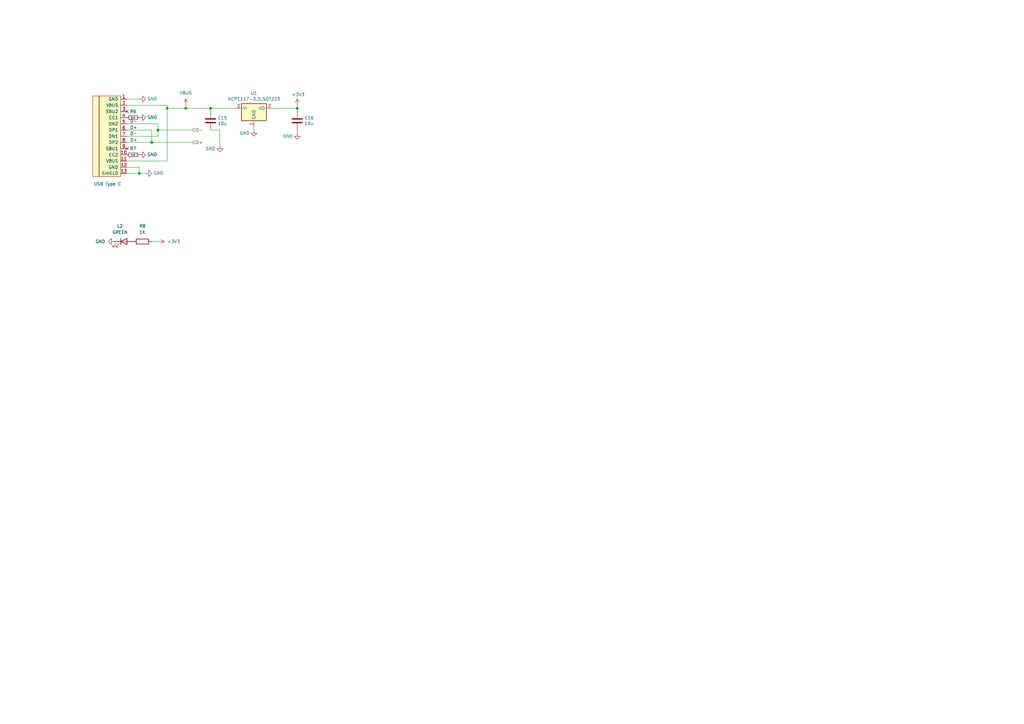
<source format=kicad_sch>
(kicad_sch (version 20231120) (generator "eeschema") (generator_version "8.0")
  (paper "A3")
  (title_block (title "CORE") (date "2024-12-16") (rev "1.0") (company "Mikhail Matveev") (comment 1 "https://github.com/xtremespb/frank2"))
  (lib_symbols
    (symbol "+3V3_1" (power) (pin_numbers hide) (pin_names (offset 0) hide)
      (property "Value" "+3V3" (at 0 3.556 0))
      (symbol "+3V3_1_0_1"
        (polyline (pts (xy -0.762 1.27) (xy 0 2.54)))
        (polyline (pts (xy 0 0) (xy 0 2.54)))
        (polyline (pts (xy 0 2.54) (xy 0.762 1.27)))
      )
      (symbol "+3V3_1_1_1"
        (pin power_in line (at 0 0 90) (length 0) (name "~") (number "1"))
      )
    )
    (symbol "Device:C" (pin_numbers hide) (pin_names (offset 0.254))
      (property "Reference" "C" (at 0.635 2.54 0))
      (property "Value" "C" (at 0.635 -2.54 0))
      (symbol "C_0_1"
        (polyline (pts (xy -2.032 -0.762) (xy 2.032 -0.762)) (stroke (width 0.508)))
        (polyline (pts (xy -2.032 0.762) (xy 2.032 0.762)) (stroke (width 0.508)))
      )
      (symbol "C_1_1"
        (pin passive line (at 0 3.81 270) (length 2.794) (name "~") (number "1"))
        (pin passive line (at 0 -3.81 90) (length 2.794) (name "~") (number "2"))
      )
    )
    (symbol "Device:LED" (pin_numbers hide) (pin_names (offset 1.016) hide)
      (property "Reference" "D" (at 0 2.54 0))
      (property "Value" "LED" (at 0 -2.54 0))
      (symbol "LED_0_1"
        (polyline (pts (xy -1.27 -1.27) (xy -1.27 1.27)) (stroke (width 0.254)))
        (polyline (pts (xy -1.27 0) (xy 1.27 0)))
        (polyline (pts (xy 1.27 -1.27) (xy 1.27 1.27) (xy -1.27 0) (xy 1.27 -1.27)) (stroke (width 0.254)))
        (polyline (pts (xy -3.048 -0.762) (xy -4.572 -2.286) (xy -3.81 -2.286) (xy -4.572 -2.286) (xy -4.572 -1.524)))
        (polyline (pts (xy -1.778 -0.762) (xy -3.302 -2.286) (xy -2.54 -2.286) (xy -3.302 -2.286) (xy -3.302 -1.524)))
      )
      (symbol "LED_1_1"
        (pin passive line (at -3.81 0 0) (length 2.54) (name "K") (number "1"))
        (pin passive line (at 3.81 0 180) (length 2.54) (name "A") (number "2"))
      )
    )
    (symbol "Device:R" (pin_numbers hide) (pin_names (offset 0))
      (property "Reference" "R" (at 2.032 0 90))
      (property "Value" "R" (at 0 0 90))
      (symbol "R_0_1"
        (rectangle (start -1.016 -2.54) (end 1.016 2.54) (stroke (width 0.254)))
      )
      (symbol "R_1_1"
        (pin passive line (at 0 3.81 270) (length 1.27) (name "~") (number "1"))
        (pin passive line (at 0 -3.81 90) (length 1.27) (name "~") (number "2"))
      )
    )
    (symbol "Device:R_Small" (pin_numbers hide) (pin_names (offset 0.254) hide)
      (property "Reference" "R" (at 0.762 0.508 0))
      (property "Value" "R_Small" (at 0.762 -1.016 0))
      (symbol "R_Small_0_1"
        (rectangle (start -0.762 1.778) (end 0.762 -1.778) (stroke (width 0.2032)))
      )
      (symbol "R_Small_1_1"
        (pin passive line (at 0 2.54 270) (length 0.762) (name "~") (number "1"))
        (pin passive line (at 0 -2.54 90) (length 0.762) (name "~") (number "2"))
      )
    )
    (symbol "GND_2" (power) (pin_numbers hide) (pin_names (offset 0) hide)
      (property "Value" "GND" (at 0 -3.81 0))
      (symbol "GND_2_0_1"
        (polyline (pts (xy 0 0) (xy 0 -1.27) (xy 1.27 -1.27) (xy 0 -2.54) (xy -1.27 -1.27) (xy 0 -1.27)))
      )
      (symbol "GND_2_1_1"
        (pin power_in line (at 0 0 270) (length 0) (name "~") (number "1"))
      )
    )
    (symbol "Regulator_Linear:NCP1117-3.3_SOT223"
      (property "Reference" "U" (at -3.81 3.175 0))
      (property "Value" "NCP1117-3.3_SOT223" (at 0 3.175 0))
      (symbol "NCP1117-3.3_SOT223_0_1"
        (rectangle (start -5.08 -5.08) (end 5.08 1.905) (stroke (width 0.254)) (fill (type background)))
      )
      (symbol "NCP1117-3.3_SOT223_1_1"
        (pin power_in line (at 0 -7.62 90) (length 2.54) (name "GND") (number "1"))
        (pin power_out line (at 7.62 0 180) (length 2.54) (name "VO") (number "2"))
        (pin power_in line (at -7.62 0 0) (length 2.54) (name "VI") (number "3"))
      )
    )
    (symbol "Type-C:HRO-TYPE-C-31-M-12" (pin_names (offset 1.016))
      (property "Reference" "USB" (at -5.08 16.51 0))
      (property "Value" "HRO-TYPE-C-31-M-12" (at -10.16 -1.27 90))
      (symbol "HRO-TYPE-C-31-M-12_0_1"
        (rectangle (start -11.43 15.24) (end -8.89 -17.78) (fill (type background)))
        (rectangle (start 0 -17.78) (end -8.89 15.24) (fill (type background)))
      )
      (symbol "HRO-TYPE-C-31-M-12_1_1"
        (pin input line (at 2.54 13.97 180) (length 2.54) (name "GND") (number "1"))
        (pin input line (at 2.54 -8.89 180) (length 2.54) (name "CC2") (number "10"))
        (pin input line (at 2.54 -11.43 180) (length 2.54) (name "VBUS") (number "11"))
        (pin input line (at 2.54 -13.97 180) (length 2.54) (name "GND") (number "12"))
        (pin input line (at 2.54 -16.51 180) (length 2.54) (name "SHIELD") (number "13"))
        (pin input line (at 2.54 11.43 180) (length 2.54) (name "VBUS") (number "2"))
        (pin input line (at 2.54 8.89 180) (length 2.54) (name "SBU2") (number "3"))
        (pin input line (at 2.54 6.35 180) (length 2.54) (name "CC1") (number "4"))
        (pin input line (at 2.54 3.81 180) (length 2.54) (name "DN2") (number "5"))
        (pin input line (at 2.54 1.27 180) (length 2.54) (name "DP1") (number "6"))
        (pin input line (at 2.54 -1.27 180) (length 2.54) (name "DN1") (number "7"))
        (pin input line (at 2.54 -3.81 180) (length 2.54) (name "DP2") (number "8"))
        (pin input line (at 2.54 -6.35 180) (length 2.54) (name "SBU1") (number "9"))
      )
    )
    (symbol "power:+3V3" (power) (pin_names (offset 0))
      (property "Value" "+3V3" (at 0 3.556 0))
      (symbol "+3V3_0_1"
        (polyline (pts (xy -0.762 1.27) (xy 0 2.54)))
        (polyline (pts (xy 0 0) (xy 0 2.54)))
        (polyline (pts (xy 0 2.54) (xy 0.762 1.27)))
      )
      (symbol "+3V3_1_1"
        (pin power_in line (at 0 0 90) (length 0) hide (name "+3V3") (number "1"))
      )
    )
    (symbol "power:GND" (power) (pin_names (offset 0))
      (property "Value" "GND" (at 0 -3.81 0))
      (symbol "GND_0_1"
        (polyline (pts (xy 0 0) (xy 0 -1.27) (xy 1.27 -1.27) (xy 0 -2.54) (xy -1.27 -1.27) (xy 0 -1.27)))
      )
      (symbol "GND_1_1"
        (pin power_in line (at 0 0 270) (length 0) hide (name "GND") (number "1"))
      )
    )
    (symbol "power:VBUS" (power) (pin_numbers hide) (pin_names (offset 0) hide)
      (property "Value" "VBUS" (at 0 3.556 0))
      (symbol "VBUS_0_1"
        (polyline (pts (xy -0.762 1.27) (xy 0 2.54)))
        (polyline (pts (xy 0 0) (xy 0 2.54)))
        (polyline (pts (xy 0 2.54) (xy 0.762 1.27)))
      )
      (symbol "VBUS_1_1"
        (pin power_in line (at 0 0 90) (length 0) (name "~") (number "1"))
      )
    )
  )
  (junction (at 68.58 44.45))
  (junction (at 62.23 58.42))
  (junction (at 76.2 44.45))
  (junction (at 86.36 44.45))
  (junction (at 57.15 71.12))
  (junction (at 121.92 44.45))
  (junction (at 64.77 53.34))
  (no_connect (at 52.07 60.96))
  (no_connect (at 52.07 45.72))
  (wire (pts (xy 52.07 43.18) (xy 68.58 43.18)))
  (wire (pts (xy 52.07 53.34) (xy 62.23 53.34)))
  (wire (pts (xy 76.2 44.45) (xy 86.36 44.45)))
  (wire (pts (xy 96.52 44.45) (xy 86.36 44.45)))
  (wire (pts (xy 121.92 44.45) (xy 121.92 43.18)))
  (wire (pts (xy 57.15 71.12) (xy 59.69 71.12)))
  (wire (pts (xy 76.2 43.18) (xy 76.2 44.45)))
  (wire (pts (xy 57.15 68.58) (xy 57.15 71.12)))
  (wire (pts (xy 68.58 66.04) (xy 52.07 66.04)))
  (wire (pts (xy 86.36 45.72) (xy 86.36 44.45)))
  (wire (pts (xy 121.92 45.72) (xy 121.92 44.45)))
  (wire (pts (xy 90.17 53.34) (xy 86.36 53.34)))
  (wire (pts (xy 111.76 44.45) (xy 121.92 44.45)))
  (wire (pts (xy 52.07 50.8) (xy 64.77 50.8)))
  (wire (pts (xy 52.07 55.88) (xy 64.77 55.88)))
  (wire (pts (xy 64.77 53.34) (xy 78.74 53.34)))
  (wire (pts (xy 68.58 44.45) (xy 68.58 66.04)))
  (wire (pts (xy 68.58 43.18) (xy 68.58 44.45)))
  (wire (pts (xy 64.77 53.34) (xy 64.77 55.88)))
  (wire (pts (xy 52.07 40.64) (xy 57.15 40.64)))
  (wire (pts (xy 121.92 53.34) (xy 121.92 54.61)))
  (wire (pts (xy 52.07 71.12) (xy 57.15 71.12)))
  (wire (pts (xy 52.07 58.42) (xy 62.23 58.42)))
  (wire (pts (xy 90.17 53.34) (xy 90.17 59.69)))
  (wire (pts (xy 52.07 68.58) (xy 57.15 68.58)))
  (wire (pts (xy 64.77 50.8) (xy 64.77 53.34)))
  (wire (pts (xy 62.23 99.06) (xy 64.77 99.06)))
  (wire (pts (xy 68.58 44.45) (xy 76.2 44.45)))
  (wire (pts (xy 104.14 52.07) (xy 104.14 53.34)))
  (wire (pts (xy 62.23 58.42) (xy 78.74 58.42)))
  (wire (pts (xy 62.23 53.34) (xy 62.23 58.42)))
  (label "D-" (at 53.34 55.88 0))
  (label "D+" (at 53.34 58.42 0))
  (label "D-" (at 53.34 50.8 0))
  (label "D+" (at 53.34 53.34 0))
  (hierarchical_label "D-" (shape input) (at 78.74 53.34 0))
  (hierarchical_label "D+" (shape input) (at 78.74 58.42 0))
  (symbol (lib_id "power:GND") (at 90.17 59.69 0) (unit 1)
    (property "Reference" "#PWR023" (effects (hide yes)))
    (property "Value" "GND" (at 86.36 60.96 0))
  )
  (symbol (lib_id "power:VBUS") (at 76.2 43.18 0) (unit 1)
    (property "Reference" "#PWR022" (effects (hide yes)))
    (property "Value" "VBUS" (at 76.2 38.1 0))
    (property "Description" "Power symbol creates a global label with name \"VBUS\"" (effects (hide yes)))
  )
  (symbol (lib_id "power:GND") (at 57.15 63.5 90) (unit 1)
    (property "Reference" "#PWR019" (effects (hide yes)))
    (property "Value" "GND" (at 60.4012 63.373 90) (effects (justify right)))
  )
  (symbol (lib_name "GND_2") (lib_id "power:GND") (at 46.99 99.06 270) (unit 1)
    (property "Reference" "#PWR016" (effects (hide yes)))
    (property "Value" "GND" (at 43.18 99.0599 90) (effects (justify right)))
    (property "Description" "Power symbol creates a global label with name \"GND\" , ground" (effects (hide yes)))
  )
  (symbol (lib_id "Device:LED") (at 50.8 99.06 0) (unit 1)
    (property "Reference" "L2" (at 49.2125 92.71 0))
    (property "Value" "GREEN" (at 49.2125 95.25 0))
    (property "Footprint" "LIBS:Medved_L_0805" (effects (hide yes)))
    (property "Description" "Light emitting diode" (effects (hide yes)))
  )
  (symbol (lib_id "Regulator_Linear:NCP1117-3.3_SOT223") (at 104.14 44.45 0) (unit 1)
    (property "Reference" "U1" (at 104.14 38.3032 0))
    (property "Value" "NCP1117-3.3_SOT223" (at 104.14 40.6146 0))
    (property "Footprint" "LIBS:Medved_SOT-223-3_TabPin2" (effects (hide yes)))
    (property "Datasheet" "http://www.onsemi.com/pub_link/Collateral/NCP1117-D.PDF" (effects (hide yes)))
  )
  (symbol (lib_id "Device:C") (at 121.92 49.53 0) (unit 1)
    (property "Reference" "C16" (at 124.841 48.3616 0) (effects (justify left)))
    (property "Value" "10u" (at 124.841 50.673 0) (effects (justify left)))
    (property "Footprint" "LIBS:Medved_C_0805" (effects (hide yes)))
  )
  (symbol (lib_id "Type-C:HRO-TYPE-C-31-M-12") (at 49.53 54.61 0) (unit 1)
    (property "Reference" "USB1" (effects (hide yes)))
    (property "Value" "USB Type C" (at 49.784 75.438 0) (effects (justify right)))
    (property "Footprint" "LIBS:USB-TYPE-C-31-M-12_lib2" (effects (hide yes)))
    (property "LCSC" "C165948" (effects (hide yes)))
  )
  (symbol (lib_id "Device:C") (at 86.36 49.53 0) (unit 1)
    (property "Reference" "C15" (at 89.281 48.3616 0) (effects (justify left)))
    (property "Value" "10u" (at 89.281 50.673 0) (effects (justify left)))
    (property "Footprint" "LIBS:Medved_C_0805" (effects (hide yes)))
  )
  (symbol (lib_id "Device:R") (at 58.42 99.06 90) (unit 1)
    (property "Reference" "R8" (at 58.42 92.71 90))
    (property "Value" "1K" (at 58.42 95.25 90))
    (property "Footprint" "LIBS:Medved_R_0805" (effects (hide yes)))
    (property "Description" "Resistor" (effects (hide yes)))
  )
  (symbol (lib_id "Device:R_Small") (at 54.61 63.5 270) (unit 1)
    (property "Reference" "R7" (at 54.61 60.96 90))
    (property "Value" "5.1K" (at 54.61 63.5 90) (effects (font (size 0.508 0.508))))
    (property "Footprint" "LIBS:Medved_R_0805" (effects (hide yes)))
    (property "LCSC" " " (effects (hide yes)))
  )
  (symbol (lib_id "power:GND") (at 57.15 48.26 90) (unit 1)
    (property "Reference" "#PWR018" (effects (hide yes)))
    (property "Value" "GND" (at 60.4012 48.133 90) (effects (justify right)))
  )
  (symbol (lib_id "power:GND") (at 121.92 54.61 0) (unit 1)
    (property "Reference" "#PWR026" (effects (hide yes)))
    (property "Value" "GND" (at 118.11 55.88 0))
  )
  (symbol (lib_id "power:+3V3") (at 121.92 43.18 0) (unit 1)
    (property "Reference" "#PWR025" (effects (hide yes)))
    (property "Value" "+3V3" (at 122.301 38.7858 0))
  )
  (symbol (lib_id "Device:R_Small") (at 54.61 48.26 270) (unit 1)
    (property "Reference" "R6" (at 54.61 45.72 90))
    (property "Value" "5.1K" (at 54.61 48.26 90) (effects (font (size 0.508 0.508))))
    (property "Footprint" "LIBS:Medved_R_0805" (effects (hide yes)))
    (property "LCSC" " " (effects (hide yes)))
  )
  (symbol (lib_id "power:GND") (at 57.15 40.64 90) (unit 1)
    (property "Reference" "#PWR017" (effects (hide yes)))
    (property "Value" "GND" (at 60.4012 40.513 90) (effects (justify right)))
  )
  (symbol (lib_id "power:GND") (at 59.69 71.12 90) (unit 1)
    (property "Reference" "#PWR020" (effects (hide yes)))
    (property "Value" "GND" (at 62.9412 70.993 90) (effects (justify right)))
  )
  (symbol (lib_name "+3V3_1") (lib_id "power:+3V3") (at 64.77 99.06 270) (unit 1)
    (property "Reference" "#PWR021" (effects (hide yes)))
    (property "Value" "+3V3" (at 68.58 99.0599 90) (effects (justify left)))
    (property "Description" "Power symbol creates a global label with name \"+3V3\"" (effects (hide yes)))
  )
  (symbol (lib_id "power:GND") (at 104.14 53.34 0) (unit 1)
    (property "Reference" "#PWR024" (effects (hide yes)))
    (property "Value" "GND" (at 100.33 54.61 0))
  )
)
</source>
